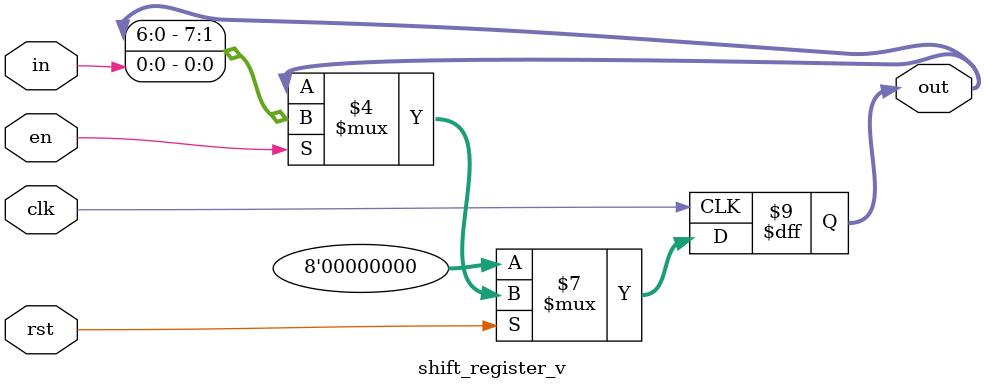
<source format=v>
module shift_register_v (
input clk,
input en,
input rst,
input in,
output reg [7:0] out);

always @ (posedge clk)
	if (rst == 1'b0) 
	out <= 8'b0;
	else begin
	if (en)
	out <= {out[6:0], in};
	else 
	out <= out;
	end

endmodule

</source>
